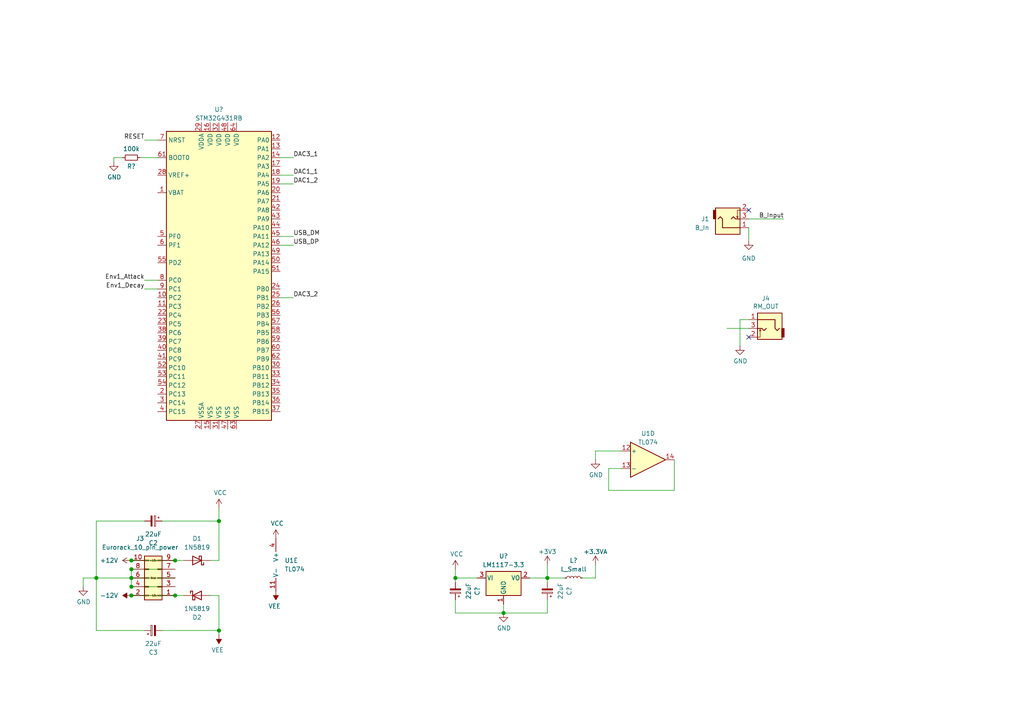
<source format=kicad_sch>
(kicad_sch (version 20210615) (generator eeschema)
  (paper "A4")
  (lib_symbols
    (symbol "Amplifier_Operational:TL074" (pin_names (offset 0.127))
      (property "Reference" "U" (at 0 5.08 0))
      (property "Value" "TL074" (at 0 -5.08 0))
      (symbol "TL074_1_1"
        (polyline (pts (xy -5.08 5.08) (xy 5.08 0) (xy -5.08 -5.08) (xy -5.08 5.08)) (stroke (width 0.254)) (fill (type background)))
        (pin output line (at 7.62 0 180) (length 2.54) (name "~") (number "1"))
        (pin input line (at -7.62 -2.54 0) (length 2.54) (name "-") (number "2"))
        (pin input line (at -7.62 2.54 0) (length 2.54) (name "+") (number "3"))
      )
      (symbol "TL074_2_1"
        (polyline (pts (xy -5.08 5.08) (xy 5.08 0) (xy -5.08 -5.08) (xy -5.08 5.08)) (stroke (width 0.254)) (fill (type background)))
        (pin input line (at -7.62 2.54 0) (length 2.54) (name "+") (number "5"))
        (pin input line (at -7.62 -2.54 0) (length 2.54) (name "-") (number "6"))
        (pin output line (at 7.62 0 180) (length 2.54) (name "~") (number "7"))
      )
      (symbol "TL074_3_1"
        (polyline (pts (xy -5.08 5.08) (xy 5.08 0) (xy -5.08 -5.08) (xy -5.08 5.08)) (stroke (width 0.254)) (fill (type background)))
        (pin input line (at -7.62 2.54 0) (length 2.54) (name "+") (number "10"))
        (pin output line (at 7.62 0 180) (length 2.54) (name "~") (number "8"))
        (pin input line (at -7.62 -2.54 0) (length 2.54) (name "-") (number "9"))
      )
      (symbol "TL074_4_1"
        (polyline (pts (xy -5.08 5.08) (xy 5.08 0) (xy -5.08 -5.08) (xy -5.08 5.08)) (stroke (width 0.254)) (fill (type background)))
        (pin input line (at -7.62 2.54 0) (length 2.54) (name "+") (number "12"))
        (pin input line (at -7.62 -2.54 0) (length 2.54) (name "-") (number "13"))
        (pin output line (at 7.62 0 180) (length 2.54) (name "~") (number "14"))
      )
      (symbol "TL074_5_1"
        (pin power_in line (at -2.54 -7.62 90) (length 3.81) (name "V-") (number "11"))
        (pin power_in line (at -2.54 7.62 270) (length 3.81) (name "V+") (number "4"))
      )
    )
    (symbol "Device:L_Small" (pin_numbers hide) (pin_names (offset 0.254) hide)
      (property "Reference" "L" (at 0.762 1.016 0))
      (property "Value" "L_Small" (at 0.762 -1.016 0))
      (symbol "L_Small_0_1"
        (arc (start 0 -2.032) (end 0 -1.016) (radius (at 0 -1.524) (length 0.508) (angles -89.9 89.9)))
        (arc (start 0 -1.016) (end 0 0) (radius (at 0 -0.508) (length 0.508) (angles -89.9 89.9)))
        (arc (start 0 0) (end 0 1.016) (radius (at 0 0.508) (length 0.508) (angles -89.9 89.9)))
        (arc (start 0 1.016) (end 0 2.032) (radius (at 0 1.524) (length 0.508) (angles -89.9 89.9)))
      )
      (symbol "L_Small_1_1"
        (pin passive line (at 0 2.54 270) (length 0.508) (name "~") (number "1"))
        (pin passive line (at 0 -2.54 90) (length 0.508) (name "~") (number "2"))
      )
    )
    (symbol "Device:R_Small" (pin_numbers hide) (pin_names (offset 0.254) hide)
      (property "Reference" "R" (at 0.762 0.508 0))
      (property "Value" "R_Small" (at 0.762 -1.016 0))
      (symbol "R_Small_0_1"
        (rectangle (start -0.762 1.778) (end 0.762 -1.778) (stroke (width 0.2032)))
      )
      (symbol "R_Small_1_1"
        (pin passive line (at 0 2.54 270) (length 0.762) (name "~") (number "1"))
        (pin passive line (at 0 -2.54 90) (length 0.762) (name "~") (number "2"))
      )
    )
    (symbol "Diode:1N5819" (pin_numbers hide) (pin_names (offset 1.016) hide)
      (property "Reference" "D" (at 0 2.54 0))
      (property "Value" "1N5819" (at 0 -2.54 0))
      (symbol "1N5819_0_1"
        (polyline (pts (xy 1.27 0) (xy -1.27 0)))
        (polyline (pts (xy 1.27 1.27) (xy 1.27 -1.27) (xy -1.27 0) (xy 1.27 1.27)) (stroke (width 0.254)))
        (polyline (pts (xy -1.905 0.635) (xy -1.905 1.27) (xy -1.27 1.27) (xy -1.27 -1.27) (xy -0.635 -1.27) (xy -0.635 -0.635)) (stroke (width 0.254)))
      )
      (symbol "1N5819_1_1"
        (pin passive line (at -3.81 0 0) (length 2.54) (name "K") (number "1"))
        (pin passive line (at 3.81 0 180) (length 2.54) (name "A") (number "2"))
      )
    )
    (symbol "Encoder:CP_Small" (pin_numbers hide) (pin_names (offset 0.254) hide)
      (property "Reference" "C" (at 0.254 1.778 0))
      (property "Value" "CP_Small" (at 0.254 -2.032 0))
      (symbol "CP_Small_0_1"
        (rectangle (start -1.524 0.6858) (end 1.524 0.3048))
        (rectangle (start -1.524 -0.3048) (end 1.524 -0.6858) (fill (type outline)))
        (polyline (pts (xy -1.27 1.524) (xy -0.762 1.524)))
        (polyline (pts (xy -1.016 1.27) (xy -1.016 1.778)))
      )
      (symbol "CP_Small_1_1"
        (pin passive line (at 0 2.54 270) (length 1.8542) (name "~") (number "1"))
        (pin passive line (at 0 -2.54 90) (length 1.8542) (name "~") (number "2"))
      )
    )
    (symbol "Eurorack Header:Eurorack_10_pin_power" (pin_names (offset 1.016) hide)
      (property "Reference" "J" (at 1.27 7.62 0))
      (property "Value" "Eurorack_10_pin_power" (at 1.27 -7.62 0))
      (symbol "Eurorack_10_pin_power_1_0"
        (text "+12v" (at 1.27 -5.08 0) (effects (font (size 0.508 0.508))))
        (text "-12v" (at 1.27 5.08 0) (effects (font (size 0.508 0.508))))
        (text "Gnd" (at 1.27 0 0) (effects (font (size 0.508 0.508))))
      )
      (symbol "Eurorack_10_pin_power_1_1"
        (rectangle (start -1.27 -4.953) (end 0 -5.207) (stroke (width 0.1524)))
        (rectangle (start -1.27 -2.413) (end 0 -2.667) (stroke (width 0.1524)))
        (rectangle (start -1.27 0.127) (end 0 -0.127) (stroke (width 0.1524)))
        (rectangle (start -1.27 2.667) (end 0 2.413) (stroke (width 0.1524)))
        (rectangle (start -1.27 5.207) (end 0 4.953) (stroke (width 0.1524)))
        (rectangle (start 3.81 -4.953) (end 2.54 -5.207) (stroke (width 0.1524)))
        (rectangle (start 3.81 -2.413) (end 2.54 -2.667) (stroke (width 0.1524)))
        (rectangle (start 3.81 0.127) (end 2.54 -0.127) (stroke (width 0.1524)))
        (rectangle (start 3.81 2.667) (end 2.54 2.413) (stroke (width 0.1524)))
        (rectangle (start 3.81 5.207) (end 2.54 4.953) (stroke (width 0.1524)))
        (rectangle (start -1.27 6.35) (end 3.81 -6.35) (stroke (width 0.254)) (fill (type background)))
        (pin power_in line (at -5.08 5.08 0) (length 3.81) (name "Pin_1") (number "1"))
        (pin passive line (at 7.62 -5.08 180) (length 3.81) (name "Pin_10") (number "10"))
        (pin passive line (at 7.62 5.08 180) (length 3.81) (name "Pin_2") (number "2"))
        (pin passive line (at -5.08 2.54 0) (length 3.81) (name "Pin_3") (number "3"))
        (pin passive line (at 7.62 2.54 180) (length 3.81) (name "Pin_4") (number "4"))
        (pin power_in line (at -5.08 0 0) (length 3.81) (name "Pin_5") (number "5"))
        (pin passive line (at 7.62 0 180) (length 3.81) (name "Pin_6") (number "6"))
        (pin passive line (at -5.08 -2.54 0) (length 3.81) (name "Pin_7") (number "7"))
        (pin passive line (at 7.62 -2.54 180) (length 3.81) (name "Pin_8") (number "8"))
        (pin power_in line (at -5.08 -5.08 0) (length 3.81) (name "Pin_9") (number "9"))
      )
    )
    (symbol "Regulator_Linear:LM1117-3.3" (pin_names (offset 0.254))
      (property "Reference" "U" (at -3.81 3.175 0))
      (property "Value" "LM1117-3.3" (at 0 3.175 0))
      (symbol "LM1117-3.3_0_1"
        (rectangle (start -5.08 -5.08) (end 5.08 1.905) (stroke (width 0.254)) (fill (type background)))
      )
      (symbol "LM1117-3.3_1_1"
        (pin power_in line (at 0 -7.62 90) (length 2.54) (name "GND") (number "1"))
        (pin power_out line (at 7.62 0 180) (length 2.54) (name "VO") (number "2"))
        (pin power_in line (at -7.62 0 0) (length 2.54) (name "VI") (number "3"))
      )
    )
    (symbol "STM32G431RB:STM32G431RB"
      (property "Reference" "U" (at -15.24 41.91 0))
      (property "Value" "STM32G431RB" (at 10.16 41.91 0))
      (symbol "STM32G431RB_0_0"
        (pin bidirectional line (at -17.78 27.94 0) (length 2.54) (name "VREF+") (number "28"))
        (pin bidirectional line (at 17.78 -30.48 180) (length 2.54) (name "PB11") (number "33"))
      )
      (symbol "STM32G431RB_0_1"
        (rectangle (start -15.24 -43.18) (end 15.24 40.64) (stroke (width 0.254)) (fill (type background)))
      )
      (symbol "STM32G431RB_1_1"
        (pin power_in line (at -17.78 22.86 0) (length 2.54) (name "VBAT") (number "1"))
        (pin bidirectional line (at -17.78 -7.62 0) (length 2.54) (name "PC2") (number "10"))
        (pin bidirectional line (at -17.78 -10.16 0) (length 2.54) (name "PC3") (number "11"))
        (pin bidirectional line (at 17.78 38.1 180) (length 2.54) (name "PA0") (number "12"))
        (pin bidirectional line (at 17.78 35.56 180) (length 2.54) (name "PA1") (number "13"))
        (pin bidirectional line (at 17.78 33.02 180) (length 2.54) (name "PA2") (number "14"))
        (pin power_in line (at -2.54 -45.72 90) (length 2.54) (name "VSS") (number "15"))
        (pin power_in line (at -2.54 43.18 270) (length 2.54) (name "VDD") (number "16"))
        (pin bidirectional line (at 17.78 30.48 180) (length 2.54) (name "PA3") (number "17"))
        (pin bidirectional line (at 17.78 27.94 180) (length 2.54) (name "PA4") (number "18"))
        (pin bidirectional line (at 17.78 25.4 180) (length 2.54) (name "PA5") (number "19"))
        (pin bidirectional line (at -17.78 -35.56 0) (length 2.54) (name "PC13") (number "2"))
        (pin bidirectional line (at 17.78 22.86 180) (length 2.54) (name "PA6") (number "20"))
        (pin bidirectional line (at 17.78 20.32 180) (length 2.54) (name "PA7") (number "21"))
        (pin bidirectional line (at -17.78 -12.7 0) (length 2.54) (name "PC4") (number "22"))
        (pin bidirectional line (at -17.78 -15.24 0) (length 2.54) (name "PC5") (number "23"))
        (pin bidirectional line (at 17.78 -5.08 180) (length 2.54) (name "PB0") (number "24"))
        (pin bidirectional line (at 17.78 -7.62 180) (length 2.54) (name "PB1") (number "25"))
        (pin bidirectional line (at 17.78 -10.16 180) (length 2.54) (name "PB2") (number "26"))
        (pin power_in line (at -5.08 -45.72 90) (length 2.54) (name "VSSA") (number "27"))
        (pin power_in line (at -5.08 43.18 270) (length 2.54) (name "VDDA") (number "29"))
        (pin bidirectional line (at -17.78 -38.1 0) (length 2.54) (name "PC14") (number "3"))
        (pin bidirectional line (at 17.78 -27.94 180) (length 2.54) (name "PB10") (number "30"))
        (pin power_in line (at 0 -45.72 90) (length 2.54) (name "VSS") (number "31"))
        (pin power_in line (at 0 43.18 270) (length 2.54) (name "VDD") (number "32"))
        (pin bidirectional line (at 17.78 -33.02 180) (length 2.54) (name "PB12") (number "34"))
        (pin bidirectional line (at 17.78 -35.56 180) (length 2.54) (name "PB13") (number "35"))
        (pin bidirectional line (at 17.78 -38.1 180) (length 2.54) (name "PB14") (number "36"))
        (pin bidirectional line (at 17.78 -40.64 180) (length 2.54) (name "PB15") (number "37"))
        (pin bidirectional line (at -17.78 -17.78 0) (length 2.54) (name "PC6") (number "38"))
        (pin bidirectional line (at -17.78 -20.32 0) (length 2.54) (name "PC7") (number "39"))
        (pin bidirectional line (at -17.78 -40.64 0) (length 2.54) (name "PC15") (number "4"))
        (pin bidirectional line (at -17.78 -22.86 0) (length 2.54) (name "PC8") (number "40"))
        (pin bidirectional line (at -17.78 -25.4 0) (length 2.54) (name "PC9") (number "41"))
        (pin bidirectional line (at 17.78 17.78 180) (length 2.54) (name "PA8") (number "42"))
        (pin bidirectional line (at 17.78 15.24 180) (length 2.54) (name "PA9") (number "43"))
        (pin bidirectional line (at 17.78 12.7 180) (length 2.54) (name "PA10") (number "44"))
        (pin bidirectional line (at 17.78 10.16 180) (length 2.54) (name "PA11") (number "45"))
        (pin bidirectional line (at 17.78 7.62 180) (length 2.54) (name "PA12") (number "46"))
        (pin power_in line (at 2.54 -45.72 90) (length 2.54) (name "VSS") (number "47"))
        (pin power_in line (at 2.54 43.18 270) (length 2.54) (name "VDD") (number "48"))
        (pin bidirectional line (at 17.78 5.08 180) (length 2.54) (name "PA13") (number "49"))
        (pin input line (at -17.78 10.16 0) (length 2.54) (name "PF0") (number "5"))
        (pin bidirectional line (at 17.78 2.54 180) (length 2.54) (name "PA14") (number "50"))
        (pin bidirectional line (at 17.78 0 180) (length 2.54) (name "PA15") (number "51"))
        (pin bidirectional line (at -17.78 -27.94 0) (length 2.54) (name "PC10") (number "52"))
        (pin bidirectional line (at -17.78 -30.48 0) (length 2.54) (name "PC11") (number "53"))
        (pin bidirectional line (at -17.78 -33.02 0) (length 2.54) (name "PC12") (number "54"))
        (pin bidirectional line (at -17.78 2.54 0) (length 2.54) (name "PD2") (number "55"))
        (pin bidirectional line (at 17.78 -12.7 180) (length 2.54) (name "PB3") (number "56"))
        (pin bidirectional line (at 17.78 -15.24 180) (length 2.54) (name "PB4") (number "57"))
        (pin bidirectional line (at 17.78 -17.78 180) (length 2.54) (name "PB5") (number "58"))
        (pin bidirectional line (at 17.78 -20.32 180) (length 2.54) (name "PB6") (number "59"))
        (pin input line (at -17.78 7.62 0) (length 2.54) (name "PF1") (number "6"))
        (pin bidirectional line (at 17.78 -22.86 180) (length 2.54) (name "PB7") (number "60"))
        (pin input line (at -17.78 33.02 0) (length 2.54) (name "BOOT0") (number "61"))
        (pin bidirectional line (at 17.78 -25.4 180) (length 2.54) (name "PB9") (number "62"))
        (pin power_in line (at 5.08 -45.72 90) (length 2.54) (name "VSS") (number "63"))
        (pin power_in line (at 5.08 43.18 270) (length 2.54) (name "VDD") (number "64"))
        (pin input line (at -17.78 38.1 0) (length 2.54) (name "NRST") (number "7"))
        (pin bidirectional line (at -17.78 -2.54 0) (length 2.54) (name "PC0") (number "8"))
        (pin bidirectional line (at -17.78 -5.08 0) (length 2.54) (name "PC1") (number "9"))
      )
    )
    (symbol "power:+12V" (power) (pin_names (offset 0))
      (property "Value" "+12V" (at 0 3.556 0))
      (symbol "+12V_0_1"
        (polyline (pts (xy -0.762 1.27) (xy 0 2.54)))
        (polyline (pts (xy 0 0) (xy 0 2.54)))
        (polyline (pts (xy 0 2.54) (xy 0.762 1.27)))
      )
      (symbol "+12V_1_1"
        (pin power_in line (at 0 0 90) (length 0) hide (name "+12V") (number "1"))
      )
    )
    (symbol "power:+3.3V" (power) (pin_names (offset 0))
      (property "Value" "+3.3V" (at 0 3.556 0))
      (symbol "+3.3V_0_1"
        (polyline (pts (xy -0.762 1.27) (xy 0 2.54)))
        (polyline (pts (xy 0 0) (xy 0 2.54)))
        (polyline (pts (xy 0 2.54) (xy 0.762 1.27)))
      )
      (symbol "+3.3V_1_1"
        (pin power_in line (at 0 0 90) (length 0) hide (name "+3V3") (number "1"))
      )
    )
    (symbol "power:+3.3VA" (power) (pin_names (offset 0))
      (property "Value" "+3.3VA" (at 0 3.556 0))
      (symbol "+3.3VA_0_1"
        (polyline (pts (xy -0.762 1.27) (xy 0 2.54)))
        (polyline (pts (xy 0 0) (xy 0 2.54)))
        (polyline (pts (xy 0 2.54) (xy 0.762 1.27)))
      )
      (symbol "+3.3VA_1_1"
        (pin power_in line (at 0 0 90) (length 0) hide (name "+3.3VA") (number "1"))
      )
    )
    (symbol "power:-12V" (power) (pin_names (offset 0))
      (property "Value" "-12V" (at 0 3.81 0))
      (symbol "-12V_0_0"
        (pin power_in line (at 0 0 90) (length 0) hide (name "-12V") (number "1"))
      )
      (symbol "-12V_0_1"
        (polyline (pts (xy 0 0) (xy 0 1.27) (xy 0.762 1.27) (xy 0 2.54) (xy -0.762 1.27) (xy 0 1.27)) (fill (type outline)))
      )
    )
    (symbol "power:GND" (power) (pin_names (offset 0))
      (property "Value" "GND" (at 0 -3.81 0))
      (symbol "GND_0_1"
        (polyline (pts (xy 0 0) (xy 0 -1.27) (xy 1.27 -1.27) (xy 0 -2.54) (xy -1.27 -1.27) (xy 0 -1.27)))
      )
      (symbol "GND_1_1"
        (pin power_in line (at 0 0 270) (length 0) hide (name "GND") (number "1"))
      )
    )
    (symbol "power:VCC" (power) (pin_names (offset 0))
      (property "Value" "VCC" (at 0 3.81 0))
      (symbol "VCC_0_1"
        (polyline (pts (xy -0.762 1.27) (xy 0 2.54)))
        (polyline (pts (xy 0 0) (xy 0 2.54)))
        (polyline (pts (xy 0 2.54) (xy 0.762 1.27)))
      )
      (symbol "VCC_1_1"
        (pin power_in line (at 0 0 90) (length 0) hide (name "VCC") (number "1"))
      )
    )
    (symbol "power:VEE" (power) (pin_names (offset 0))
      (property "Value" "VEE" (at 0 3.81 0))
      (symbol "VEE_0_1"
        (polyline (pts (xy 0 0) (xy 0 2.54)))
        (polyline (pts (xy 0.762 1.27) (xy -0.762 1.27) (xy 0 2.54) (xy 0.762 1.27)) (fill (type outline)))
      )
      (symbol "VEE_1_1"
        (pin power_in line (at 0 0 90) (length 0) hide (name "VEE") (number "1"))
      )
    )
    (symbol "thonkiconn:AudioJack2_Ground_Switch" (pin_names (offset 1.016))
      (property "Reference" "J" (at 0 8.89 0))
      (property "Value" "AudioJack2_Ground_Switch" (at 0 6.35 0))
      (symbol "AudioJack2_Ground_Switch_0_1"
        (rectangle (start -4.445 -2.54) (end -5.207 0) (fill (type outline)))
        (rectangle (start 2.54 -3.175) (end -4.572 4.445) (stroke (width 0.254)) (fill (type background)))
        (polyline (pts (xy 1.778 -0.254) (xy 2.032 -0.762)))
        (polyline (pts (xy 0 0) (xy 0.635 -0.635) (xy 1.27 0) (xy 2.54 0)) (stroke (width 0.254)))
        (polyline (pts (xy 2.54 -2.54) (xy 1.778 -2.54) (xy 1.778 -0.254) (xy 1.524 -0.762)))
        (polyline (pts (xy 2.54 2.54) (xy -2.54 2.54) (xy -2.54 0) (xy -3.175 -0.635) (xy -3.81 0)) (stroke (width 0.254)))
      )
      (symbol "AudioJack2_Ground_Switch_1_1"
        (pin passive line (at 5.08 2.54 180) (length 2.54) (name "~") (number "1"))
        (pin passive line (at 5.08 -2.54 180) (length 2.54) (name "~") (number "2"))
        (pin passive line (at 5.08 0 180) (length 2.54) (name "~") (number "3"))
      )
    )
  )
  (junction (at 27.94 167.64) (diameter 1.016))
  (junction (at 38.1 162.56) (diameter 1.016))
  (junction (at 38.1 165.1) (diameter 1.016))
  (junction (at 38.1 167.64) (diameter 1.016))
  (junction (at 38.1 170.18) (diameter 1.016))
  (junction (at 38.1 172.72) (diameter 1.016))
  (junction (at 50.8 162.56) (diameter 1.016))
  (junction (at 50.8 172.72) (diameter 1.016))
  (junction (at 63.5 151.13) (diameter 1.016))
  (junction (at 63.5 182.88) (diameter 1.016))
  (junction (at 132.08 167.64) (diameter 1.016))
  (junction (at 146.05 177.8) (diameter 1.016))
  (junction (at 158.75 167.64) (diameter 1.016))
  (no_connect (at 217.17 60.96))
  (no_connect (at 217.17 97.79))
  (wire (pts (xy 24.13 167.64) (xy 27.94 167.64)))
  (wire (pts (xy 24.13 170.18) (xy 24.13 167.64)))
  (wire (pts (xy 27.94 151.13) (xy 41.91 151.13)))
  (wire (pts (xy 27.94 167.64) (xy 27.94 151.13)))
  (wire (pts (xy 27.94 167.64) (xy 38.1 167.64)))
  (wire (pts (xy 27.94 182.88) (xy 27.94 167.64)))
  (wire (pts (xy 33.02 45.72) (xy 35.56 45.72)))
  (wire (pts (xy 33.02 46.99) (xy 33.02 45.72)))
  (wire (pts (xy 38.1 162.56) (xy 50.8 162.56)))
  (wire (pts (xy 38.1 165.1) (xy 38.1 167.64)))
  (wire (pts (xy 38.1 165.1) (xy 50.8 165.1)))
  (wire (pts (xy 38.1 167.64) (xy 38.1 170.18)))
  (wire (pts (xy 38.1 167.64) (xy 50.8 167.64)))
  (wire (pts (xy 38.1 170.18) (xy 50.8 170.18)))
  (wire (pts (xy 38.1 172.72) (xy 50.8 172.72)))
  (wire (pts (xy 40.64 45.72) (xy 45.72 45.72)))
  (wire (pts (xy 41.91 40.64) (xy 45.72 40.64)))
  (wire (pts (xy 41.91 182.88) (xy 27.94 182.88)))
  (wire (pts (xy 45.72 81.28) (xy 41.91 81.28)))
  (wire (pts (xy 45.72 83.82) (xy 41.91 83.82)))
  (wire (pts (xy 46.99 151.13) (xy 63.5 151.13)))
  (wire (pts (xy 50.8 162.56) (xy 53.34 162.56)))
  (wire (pts (xy 50.8 172.72) (xy 53.34 172.72)))
  (wire (pts (xy 60.96 162.56) (xy 63.5 162.56)))
  (wire (pts (xy 60.96 172.72) (xy 63.5 172.72)))
  (wire (pts (xy 63.5 147.32) (xy 63.5 151.13)))
  (wire (pts (xy 63.5 151.13) (xy 63.5 162.56)))
  (wire (pts (xy 63.5 172.72) (xy 63.5 182.88)))
  (wire (pts (xy 63.5 182.88) (xy 46.99 182.88)))
  (wire (pts (xy 63.5 182.88) (xy 63.5 184.15)))
  (wire (pts (xy 81.28 45.72) (xy 85.09 45.72)))
  (wire (pts (xy 81.28 50.8) (xy 85.09 50.8)))
  (wire (pts (xy 81.28 53.34) (xy 85.09 53.34)))
  (wire (pts (xy 81.28 68.58) (xy 85.09 68.58)))
  (wire (pts (xy 81.28 71.12) (xy 85.09 71.12)))
  (wire (pts (xy 81.28 86.36) (xy 85.09 86.36)))
  (wire (pts (xy 132.08 165.1) (xy 132.08 167.64)))
  (wire (pts (xy 132.08 167.64) (xy 132.08 168.91)))
  (wire (pts (xy 132.08 167.64) (xy 138.43 167.64)))
  (wire (pts (xy 132.08 173.99) (xy 132.08 177.8)))
  (wire (pts (xy 132.08 177.8) (xy 146.05 177.8)))
  (wire (pts (xy 146.05 175.26) (xy 146.05 177.8)))
  (wire (pts (xy 146.05 177.8) (xy 158.75 177.8)))
  (wire (pts (xy 153.67 167.64) (xy 158.75 167.64)))
  (wire (pts (xy 158.75 167.64) (xy 158.75 163.83)))
  (wire (pts (xy 158.75 167.64) (xy 158.75 168.91)))
  (wire (pts (xy 158.75 167.64) (xy 163.83 167.64)))
  (wire (pts (xy 158.75 177.8) (xy 158.75 173.99)))
  (wire (pts (xy 168.91 167.64) (xy 172.72 167.64)))
  (wire (pts (xy 172.72 130.81) (xy 172.72 133.35)))
  (wire (pts (xy 172.72 167.64) (xy 172.72 163.83)))
  (wire (pts (xy 176.53 135.89) (xy 176.53 142.24)))
  (wire (pts (xy 176.53 142.24) (xy 195.58 142.24)))
  (wire (pts (xy 180.34 130.81) (xy 172.72 130.81)))
  (wire (pts (xy 180.34 135.89) (xy 176.53 135.89)))
  (wire (pts (xy 195.58 142.24) (xy 195.58 133.35)))
  (wire (pts (xy 210.82 95.25) (xy 217.17 95.25)))
  (wire (pts (xy 214.63 92.71) (xy 214.63 100.33)))
  (wire (pts (xy 217.17 63.5) (xy 227.33 63.5)))
  (wire (pts (xy 217.17 66.04) (xy 217.17 69.85)))
  (wire (pts (xy 217.17 92.71) (xy 214.63 92.71)))
  (label "RESET" (at 41.91 40.64 180))
  (label "Env1_Attack" (at 41.91 81.28 180))
  (label "Env1_Decay" (at 41.91 83.82 180))
  (label "DAC3_1" (at 85.09 45.72 0))
  (label "DAC1_1" (at 85.09 50.8 0))
  (label "DAC1_2" (at 85.09 53.34 0))
  (label "USB_DM" (at 85.09 68.58 0))
  (label "USB_DP" (at 85.09 71.12 0))
  (label "DAC3_2" (at 85.09 86.36 0))
  (label "B_Input" (at 227.33 63.5 180))
  (symbol (lib_id "power:+12V") (at 38.1 162.56 90) (unit 1)
    (property "Reference" "#PWR09" (effects hide))
    (property "Value" "+12V" (at 34.29 162.56 90) (effects (justify left)))
  )
  (symbol (lib_id "power:-12V") (at 38.1 172.72 90) (unit 1)
    (property "Reference" "#PWR010" (effects hide))
    (property "Value" "-12V" (at 34.29 172.72 90) (effects (justify left)))
  )
  (symbol (lib_id "power:VCC") (at 63.5 147.32 0) (unit 1)
    (property "Reference" "#PWR014" (effects hide))
    (property "Value" "VCC" (at 63.881 142.9258 0))
  )
  (symbol (lib_id "power:VEE") (at 63.5 184.15 180) (unit 1)
    (property "Reference" "#PWR015" (effects hide))
    (property "Value" "VEE" (at 63.119 188.5442 0))
  )
  (symbol (lib_id "power:VCC") (at 80.01 156.21 0) (unit 1)
    (property "Reference" "#PWR017" (effects hide))
    (property "Value" "VCC" (at 80.391 151.8158 0))
  )
  (symbol (lib_id "power:VEE") (at 80.01 171.45 180) (unit 1)
    (property "Reference" "#PWR018" (effects hide))
    (property "Value" "VEE" (at 79.629 175.8442 0))
  )
  (symbol (lib_id "power:VCC") (at 132.08 165.1 0) (unit 1)
    (property "Reference" "#PWR?" (effects hide))
    (property "Value" "VCC" (at 132.461 160.7058 0))
  )
  (symbol (lib_id "power:+3.3V") (at 158.75 163.83 0) (unit 1)
    (property "Reference" "#PWR?" (effects hide))
    (property "Value" "+3.3V" (at 158.75 160.02 0))
  )
  (symbol (lib_id "power:+3.3VA") (at 172.72 163.83 0) (unit 1)
    (property "Reference" "#PWR?" (effects hide))
    (property "Value" "+3.3VA" (at 172.72 160.02 0))
  )
  (symbol (lib_id "Device:L_Small") (at 166.37 167.64 90) (unit 1)
    (property "Reference" "L?" (at 166.37 162.56 90))
    (property "Value" "L_Small" (at 166.37 165.1 90))
  )
  (symbol (lib_id "power:GND") (at 24.13 170.18 0) (unit 1)
    (property "Reference" "#PWR07" (effects hide))
    (property "Value" "GND" (at 24.257 174.5742 0))
  )
  (symbol (lib_id "power:GND") (at 33.02 46.99 0) (unit 1)
    (property "Reference" "#PWR?" (effects hide))
    (property "Value" "GND" (at 33.147 51.3842 0))
  )
  (symbol (lib_id "power:GND") (at 146.05 177.8 0) (unit 1)
    (property "Reference" "#PWR?" (effects hide))
    (property "Value" "GND" (at 146.177 182.1942 0))
  )
  (symbol (lib_id "power:GND") (at 172.72 133.35 0) (unit 1)
    (property "Reference" "#PWR023" (effects hide))
    (property "Value" "GND" (at 172.847 137.7442 0))
  )
  (symbol (lib_id "power:GND") (at 214.63 100.33 0) (unit 1)
    (property "Reference" "#PWR025" (effects hide))
    (property "Value" "GND" (at 214.757 104.7242 0))
  )
  (symbol (lib_id "power:GND") (at 217.17 69.85 0) (unit 1)
    (property "Reference" "#PWR08" (effects hide))
    (property "Value" "GND" (at 217.17 74.93 0))
  )
  (symbol (lib_id "Device:R_Small") (at 38.1 45.72 90) (unit 1)
    (property "Reference" "R?" (at 38.1 48.26 90))
    (property "Value" "100k" (at 38.1 43.18 90))
  )
  (symbol (lib_id "Amplifier_Operational:TL074") (at 77.47 163.83 0) (mirror y) (unit 5)
    (property "Reference" "U1" (at 82.55 162.56 0) (effects (justify right)))
    (property "Value" "TL074" (at 82.55 165.1 0) (effects (justify right)))
    (property "Footprint" "Package_SO:SOIC-14_3.9x8.7mm_P1.27mm" (effects hide))
    (property "Datasheet" "http://www.ti.com/lit/ds/symlink/tl071.pdf" (effects hide))
  )
  (symbol (lib_id "Encoder:CP_Small") (at 44.45 151.13 270) (unit 1)
    (property "Reference" "C2" (at 44.45 157.48 90))
    (property "Value" "22uF" (at 44.45 154.94 90))
    (property "Footprint" "Capacitor_SMD:CP_Elec_4x5.8" (effects hide))
  )
  (symbol (lib_id "Encoder:CP_Small") (at 44.45 182.88 90) (unit 1)
    (property "Reference" "C3" (at 44.45 189.23 90))
    (property "Value" "22uF" (at 44.45 186.69 90))
    (property "Footprint" "Capacitor_SMD:CP_Elec_4x5.8" (effects hide))
  )
  (symbol (lib_id "Encoder:CP_Small") (at 132.08 171.45 180) (unit 1)
    (property "Reference" "C?" (at 138.43 171.45 90))
    (property "Value" "22uF" (at 135.89 171.45 90))
    (property "Footprint" "Capacitor_SMD:CP_Elec_4x5.8" (effects hide))
  )
  (symbol (lib_id "Encoder:CP_Small") (at 158.75 171.45 180) (unit 1)
    (property "Reference" "C?" (at 165.1 171.45 90))
    (property "Value" "22uF" (at 162.56 171.45 90))
    (property "Footprint" "Capacitor_SMD:CP_Elec_4x5.8" (effects hide))
  )
  (symbol (lib_id "Diode:1N5819") (at 57.15 162.56 180) (unit 1)
    (property "Reference" "D1" (at 57.15 156.21 0))
    (property "Value" "1N5819" (at 57.15 158.75 0))
    (property "Footprint" "Diode_SMD:D_SOD-123" (effects hide))
    (property "Datasheet" "http://www.vishay.com/docs/88525/1n5817.pdf" (effects hide))
  )
  (symbol (lib_id "Diode:1N5819") (at 57.15 172.72 0) (unit 1)
    (property "Reference" "D2" (at 57.15 179.07 0))
    (property "Value" "1N5819" (at 57.15 176.53 0))
    (property "Footprint" "Diode_SMD:D_SOD-123" (effects hide))
    (property "Datasheet" "http://www.vishay.com/docs/88525/1n5817.pdf" (effects hide))
  )
  (symbol (lib_id "thonkiconn:AudioJack2_Ground_Switch") (at 212.09 63.5 0) (mirror x) (unit 1)
    (property "Reference" "J1" (at 205.74 63.4999 0) (effects (justify right)))
    (property "Value" "B_In" (at 205.74 66.0399 0) (effects (justify right)))
  )
  (symbol (lib_id "thonkiconn:AudioJack2_Ground_Switch") (at 222.25 95.25 0) (mirror y) (unit 1)
    (property "Reference" "J4" (at 222.123 86.5632 0))
    (property "Value" "RM_OUT" (at 222.123 88.8746 0))
    (property "Footprint" "Custom_Footprints:THONKICONN_hole" (effects hide))
  )
  (symbol (lib_id "Regulator_Linear:LM1117-3.3") (at 146.05 167.64 0) (unit 1)
    (property "Reference" "U?" (at 146.05 161.29 0))
    (property "Value" "LM1117-3.3" (at 146.05 163.83 0))
    (property "Datasheet" "http://www.ti.com/lit/ds/symlink/lm1117.pdf" (effects hide))
  )
  (symbol (lib_id "Amplifier_Operational:TL074") (at 187.96 133.35 0) (unit 4)
    (property "Reference" "U1" (at 187.96 125.73 0))
    (property "Value" "TL074" (at 187.96 128.27 0))
    (property "Footprint" "Package_SO:SOIC-14_3.9x8.7mm_P1.27mm" (effects hide))
    (property "Datasheet" "http://www.ti.com/lit/ds/symlink/tl071.pdf" (effects hide))
  )
  (symbol (lib_id "Eurorack Header:Eurorack_10_pin_power") (at 45.72 167.64 180) (unit 1)
    (property "Reference" "J3" (at 40.64 156.21 0))
    (property "Value" "Eurorack_10_pin_power" (at 40.64 158.75 0))
    (property "Footprint" "Custom_Footprints:Eurorack_10_pin_header" (effects hide))
  )
  (symbol (lib_id "STM32G431RB:STM32G431RB") (at 63.5 78.74 0) (unit 1)
    (property "Reference" "U?" (at 63.5 31.75 0))
    (property "Value" "STM32G431RB" (at 63.5 34.29 0))
    (property "Footprint" "Package_QFP:LQFP-64_10x10mm_P0.5mm" (effects hide))
    (property "Datasheet" "https://www.st.com/en/microcontrollers-microprocessors/stm32g4x1.html" (effects hide))
  )
)
</source>
